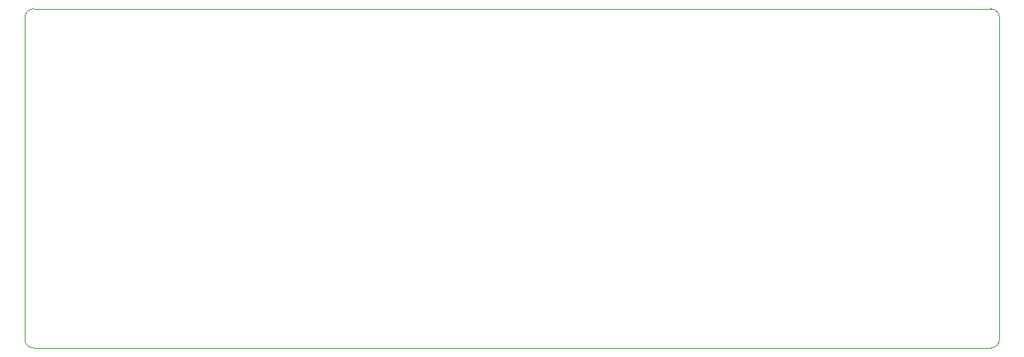
<source format=gbr>
%TF.GenerationSoftware,KiCad,Pcbnew,7.0.7*%
%TF.CreationDate,2023-12-20T03:25:26+09:00*%
%TF.ProjectId,RP2040_8key,52503230-3430-45f3-986b-65792e6b6963,rev?*%
%TF.SameCoordinates,Original*%
%TF.FileFunction,Profile,NP*%
%FSLAX46Y46*%
G04 Gerber Fmt 4.6, Leading zero omitted, Abs format (unit mm)*
G04 Created by KiCad (PCBNEW 7.0.7) date 2023-12-20 03:25:26*
%MOMM*%
%LPD*%
G01*
G04 APERTURE LIST*
%TA.AperFunction,Profile*%
%ADD10C,0.100000*%
%TD*%
G04 APERTURE END LIST*
D10*
X90400000Y-91400000D02*
X90400000Y-127700000D01*
X91400000Y-128700000D02*
X199400000Y-128700000D01*
X200400000Y-127700000D02*
X200400000Y-91400000D01*
X200400000Y-91400000D02*
G75*
G03*
X199400000Y-90400000I-1000000J0D01*
G01*
X199400000Y-128700000D02*
G75*
G03*
X200400000Y-127700000I0J1000000D01*
G01*
X199400000Y-90400000D02*
X91400000Y-90400000D01*
X91400000Y-90400000D02*
G75*
G03*
X90400000Y-91400000I0J-1000000D01*
G01*
X90400000Y-127700000D02*
G75*
G03*
X91400000Y-128700000I1000000J0D01*
G01*
M02*

</source>
